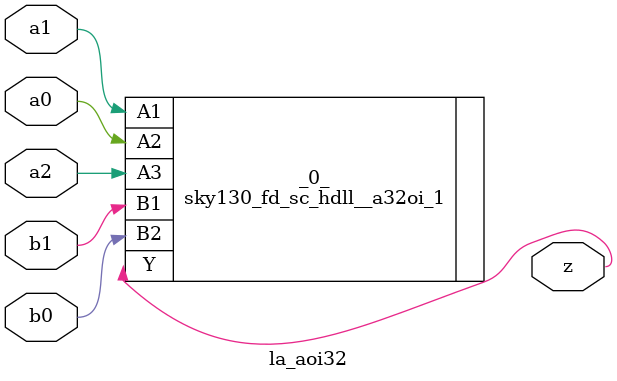
<source format=v>

/* Generated by Yosys 0.38+92 (git sha1 84116c9a3, x86_64-conda-linux-gnu-cc 11.2.0 -fvisibility-inlines-hidden -fmessage-length=0 -march=nocona -mtune=haswell -ftree-vectorize -fPIC -fstack-protector-strong -fno-plt -O2 -ffunction-sections -fdebug-prefix-map=/root/conda-eda/conda-eda/workdir/conda-env/conda-bld/yosys_1708682838165/work=/usr/local/src/conda/yosys-0.38_93_g84116c9a3 -fdebug-prefix-map=/user/projekt_pia/miniconda3/envs/sc=/usr/local/src/conda-prefix -fPIC -Os -fno-merge-constants) */

module la_aoi32(a0, a1, a2, b0, b1, z);
  input a0;
  wire a0;
  input a1;
  wire a1;
  input a2;
  wire a2;
  input b0;
  wire b0;
  input b1;
  wire b1;
  output z;
  wire z;
  sky130_fd_sc_hdll__a32oi_1 _0_ (
    .A1(a1),
    .A2(a0),
    .A3(a2),
    .B1(b1),
    .B2(b0),
    .Y(z)
  );
endmodule

</source>
